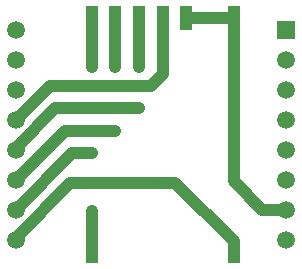
<source format=gbr>
G04 DipTrace 3.0.0.2*
G04 Top.gbr*
%MOIN*%
G04 #@! TF.FileFunction,Copper,L1,Top*
G04 #@! TF.Part,Single*
G04 #@! TA.AperFunction,Conductor*
%ADD13C,0.03937*%
%ADD14C,0.012992*%
G04 #@! TA.AperFunction,ComponentPad*
%ADD16C,0.059055*%
%ADD17R,0.03937X0.07874*%
G04 #@! TA.AperFunction,ComponentPad*
%ADD18R,0.059055X0.059055*%
G04 #@! TA.AperFunction,ViaPad*
%ADD19C,0.04*%
%FSLAX26Y26*%
G04*
G70*
G90*
G75*
G01*
G04 Top*
%LPD*%
X1165050Y451438D2*
D13*
Y482685D1*
X971320Y676415D1*
X621357D1*
X440079Y495136D1*
Y488898D1*
X1007459Y1227234D2*
X1165050Y1227226D1*
X1340079Y588898D2*
X1258816D1*
X1165050Y682664D1*
Y1227226D1*
X692412Y582675D2*
Y451438D1*
X692609D1*
X440079Y588898D2*
X627585Y776404D1*
X692412D1*
D14*
D3*
Y1063874D2*
D13*
Y1227029D1*
X692609D1*
X771341Y851396D2*
X602577D1*
X440079Y688898D1*
X771341Y1063874D2*
Y1227029D1*
X771349D1*
X849483Y926388D2*
X571362D1*
X440079Y795105D1*
Y788898D1*
X849483Y1063874D2*
Y1227029D1*
X850089D1*
X440079Y888898D2*
X552562Y1001381D1*
X890079D1*
X928829Y1040131D1*
Y1227029D1*
D19*
X692412Y776404D3*
Y1063874D3*
X771341D3*
X849483D3*
X771341Y851396D3*
X849483Y926388D3*
X692412Y582675D3*
D16*
X440079Y488898D3*
Y588898D3*
Y688898D3*
Y788898D3*
Y888898D3*
Y988898D3*
Y1088898D3*
Y1188898D3*
D17*
X1165050Y451438D3*
X1007459Y1227234D3*
X1165050Y1227226D3*
X692609Y451438D3*
X928829Y1227029D3*
X850089D3*
X771349D3*
X692609D3*
D18*
X1340079Y1188898D3*
D16*
Y1088898D3*
Y988898D3*
Y888898D3*
Y788898D3*
Y688898D3*
Y588898D3*
Y488898D3*
M02*

</source>
